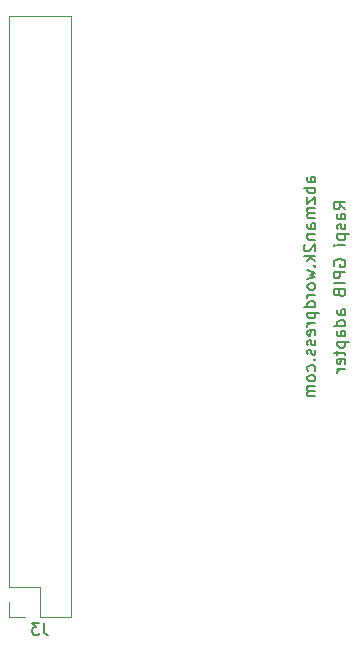
<source format=gbr>
%TF.GenerationSoftware,KiCad,Pcbnew,(6.0.0)*%
%TF.CreationDate,2022-01-24T18:05:25-05:00*%
%TF.ProjectId,gpib breakout,67706962-2062-4726-9561-6b6f75742e6b,rev?*%
%TF.SameCoordinates,Original*%
%TF.FileFunction,Legend,Bot*%
%TF.FilePolarity,Positive*%
%FSLAX46Y46*%
G04 Gerber Fmt 4.6, Leading zero omitted, Abs format (unit mm)*
G04 Created by KiCad (PCBNEW (6.0.0)) date 2022-01-24 18:05:25*
%MOMM*%
%LPD*%
G01*
G04 APERTURE LIST*
%ADD10C,0.150000*%
%ADD11C,0.120000*%
G04 APERTURE END LIST*
D10*
X225242380Y-86138571D02*
X224766190Y-85805238D01*
X225242380Y-85567142D02*
X224242380Y-85567142D01*
X224242380Y-85948095D01*
X224290000Y-86043333D01*
X224337619Y-86090952D01*
X224432857Y-86138571D01*
X224575714Y-86138571D01*
X224670952Y-86090952D01*
X224718571Y-86043333D01*
X224766190Y-85948095D01*
X224766190Y-85567142D01*
X225242380Y-86995714D02*
X224718571Y-86995714D01*
X224623333Y-86948095D01*
X224575714Y-86852857D01*
X224575714Y-86662380D01*
X224623333Y-86567142D01*
X225194761Y-86995714D02*
X225242380Y-86900476D01*
X225242380Y-86662380D01*
X225194761Y-86567142D01*
X225099523Y-86519523D01*
X225004285Y-86519523D01*
X224909047Y-86567142D01*
X224861428Y-86662380D01*
X224861428Y-86900476D01*
X224813809Y-86995714D01*
X225194761Y-87424285D02*
X225242380Y-87519523D01*
X225242380Y-87710000D01*
X225194761Y-87805238D01*
X225099523Y-87852857D01*
X225051904Y-87852857D01*
X224956666Y-87805238D01*
X224909047Y-87710000D01*
X224909047Y-87567142D01*
X224861428Y-87471904D01*
X224766190Y-87424285D01*
X224718571Y-87424285D01*
X224623333Y-87471904D01*
X224575714Y-87567142D01*
X224575714Y-87710000D01*
X224623333Y-87805238D01*
X224575714Y-88281428D02*
X225575714Y-88281428D01*
X224623333Y-88281428D02*
X224575714Y-88376666D01*
X224575714Y-88567142D01*
X224623333Y-88662380D01*
X224670952Y-88710000D01*
X224766190Y-88757619D01*
X225051904Y-88757619D01*
X225147142Y-88710000D01*
X225194761Y-88662380D01*
X225242380Y-88567142D01*
X225242380Y-88376666D01*
X225194761Y-88281428D01*
X225242380Y-89186190D02*
X224575714Y-89186190D01*
X224242380Y-89186190D02*
X224290000Y-89138571D01*
X224337619Y-89186190D01*
X224290000Y-89233809D01*
X224242380Y-89186190D01*
X224337619Y-89186190D01*
X224290000Y-90948095D02*
X224242380Y-90852857D01*
X224242380Y-90710000D01*
X224290000Y-90567142D01*
X224385238Y-90471904D01*
X224480476Y-90424285D01*
X224670952Y-90376666D01*
X224813809Y-90376666D01*
X225004285Y-90424285D01*
X225099523Y-90471904D01*
X225194761Y-90567142D01*
X225242380Y-90710000D01*
X225242380Y-90805238D01*
X225194761Y-90948095D01*
X225147142Y-90995714D01*
X224813809Y-90995714D01*
X224813809Y-90805238D01*
X225242380Y-91424285D02*
X224242380Y-91424285D01*
X224242380Y-91805238D01*
X224290000Y-91900476D01*
X224337619Y-91948095D01*
X224432857Y-91995714D01*
X224575714Y-91995714D01*
X224670952Y-91948095D01*
X224718571Y-91900476D01*
X224766190Y-91805238D01*
X224766190Y-91424285D01*
X225242380Y-92424285D02*
X224242380Y-92424285D01*
X224718571Y-93233809D02*
X224766190Y-93376666D01*
X224813809Y-93424285D01*
X224909047Y-93471904D01*
X225051904Y-93471904D01*
X225147142Y-93424285D01*
X225194761Y-93376666D01*
X225242380Y-93281428D01*
X225242380Y-92900476D01*
X224242380Y-92900476D01*
X224242380Y-93233809D01*
X224290000Y-93329047D01*
X224337619Y-93376666D01*
X224432857Y-93424285D01*
X224528095Y-93424285D01*
X224623333Y-93376666D01*
X224670952Y-93329047D01*
X224718571Y-93233809D01*
X224718571Y-92900476D01*
X225242380Y-95090952D02*
X224718571Y-95090952D01*
X224623333Y-95043333D01*
X224575714Y-94948095D01*
X224575714Y-94757619D01*
X224623333Y-94662380D01*
X225194761Y-95090952D02*
X225242380Y-94995714D01*
X225242380Y-94757619D01*
X225194761Y-94662380D01*
X225099523Y-94614761D01*
X225004285Y-94614761D01*
X224909047Y-94662380D01*
X224861428Y-94757619D01*
X224861428Y-94995714D01*
X224813809Y-95090952D01*
X225242380Y-95995714D02*
X224242380Y-95995714D01*
X225194761Y-95995714D02*
X225242380Y-95900476D01*
X225242380Y-95710000D01*
X225194761Y-95614761D01*
X225147142Y-95567142D01*
X225051904Y-95519523D01*
X224766190Y-95519523D01*
X224670952Y-95567142D01*
X224623333Y-95614761D01*
X224575714Y-95710000D01*
X224575714Y-95900476D01*
X224623333Y-95995714D01*
X225242380Y-96900476D02*
X224718571Y-96900476D01*
X224623333Y-96852857D01*
X224575714Y-96757619D01*
X224575714Y-96567142D01*
X224623333Y-96471904D01*
X225194761Y-96900476D02*
X225242380Y-96805238D01*
X225242380Y-96567142D01*
X225194761Y-96471904D01*
X225099523Y-96424285D01*
X225004285Y-96424285D01*
X224909047Y-96471904D01*
X224861428Y-96567142D01*
X224861428Y-96805238D01*
X224813809Y-96900476D01*
X224575714Y-97376666D02*
X225575714Y-97376666D01*
X224623333Y-97376666D02*
X224575714Y-97471904D01*
X224575714Y-97662380D01*
X224623333Y-97757619D01*
X224670952Y-97805238D01*
X224766190Y-97852857D01*
X225051904Y-97852857D01*
X225147142Y-97805238D01*
X225194761Y-97757619D01*
X225242380Y-97662380D01*
X225242380Y-97471904D01*
X225194761Y-97376666D01*
X224575714Y-98138571D02*
X224575714Y-98519523D01*
X224242380Y-98281428D02*
X225099523Y-98281428D01*
X225194761Y-98329047D01*
X225242380Y-98424285D01*
X225242380Y-98519523D01*
X225194761Y-99233809D02*
X225242380Y-99138571D01*
X225242380Y-98948095D01*
X225194761Y-98852857D01*
X225099523Y-98805238D01*
X224718571Y-98805238D01*
X224623333Y-98852857D01*
X224575714Y-98948095D01*
X224575714Y-99138571D01*
X224623333Y-99233809D01*
X224718571Y-99281428D01*
X224813809Y-99281428D01*
X224909047Y-98805238D01*
X225242380Y-99710000D02*
X224575714Y-99710000D01*
X224766190Y-99710000D02*
X224670952Y-99757619D01*
X224623333Y-99805238D01*
X224575714Y-99900476D01*
X224575714Y-99995714D01*
X222702380Y-83852857D02*
X222178571Y-83852857D01*
X222083333Y-83805238D01*
X222035714Y-83710000D01*
X222035714Y-83519523D01*
X222083333Y-83424285D01*
X222654761Y-83852857D02*
X222702380Y-83757619D01*
X222702380Y-83519523D01*
X222654761Y-83424285D01*
X222559523Y-83376666D01*
X222464285Y-83376666D01*
X222369047Y-83424285D01*
X222321428Y-83519523D01*
X222321428Y-83757619D01*
X222273809Y-83852857D01*
X222702380Y-84329047D02*
X221702380Y-84329047D01*
X222083333Y-84329047D02*
X222035714Y-84424285D01*
X222035714Y-84614761D01*
X222083333Y-84710000D01*
X222130952Y-84757619D01*
X222226190Y-84805238D01*
X222511904Y-84805238D01*
X222607142Y-84757619D01*
X222654761Y-84710000D01*
X222702380Y-84614761D01*
X222702380Y-84424285D01*
X222654761Y-84329047D01*
X222035714Y-85138571D02*
X222035714Y-85662380D01*
X222702380Y-85138571D01*
X222702380Y-85662380D01*
X222702380Y-86043333D02*
X222035714Y-86043333D01*
X222130952Y-86043333D02*
X222083333Y-86090952D01*
X222035714Y-86186190D01*
X222035714Y-86329047D01*
X222083333Y-86424285D01*
X222178571Y-86471904D01*
X222702380Y-86471904D01*
X222178571Y-86471904D02*
X222083333Y-86519523D01*
X222035714Y-86614761D01*
X222035714Y-86757619D01*
X222083333Y-86852857D01*
X222178571Y-86900476D01*
X222702380Y-86900476D01*
X222702380Y-87805238D02*
X222178571Y-87805238D01*
X222083333Y-87757619D01*
X222035714Y-87662380D01*
X222035714Y-87471904D01*
X222083333Y-87376666D01*
X222654761Y-87805238D02*
X222702380Y-87710000D01*
X222702380Y-87471904D01*
X222654761Y-87376666D01*
X222559523Y-87329047D01*
X222464285Y-87329047D01*
X222369047Y-87376666D01*
X222321428Y-87471904D01*
X222321428Y-87710000D01*
X222273809Y-87805238D01*
X222035714Y-88281428D02*
X222702380Y-88281428D01*
X222130952Y-88281428D02*
X222083333Y-88329047D01*
X222035714Y-88424285D01*
X222035714Y-88567142D01*
X222083333Y-88662380D01*
X222178571Y-88710000D01*
X222702380Y-88710000D01*
X221797619Y-89138571D02*
X221750000Y-89186190D01*
X221702380Y-89281428D01*
X221702380Y-89519523D01*
X221750000Y-89614761D01*
X221797619Y-89662380D01*
X221892857Y-89710000D01*
X221988095Y-89710000D01*
X222130952Y-89662380D01*
X222702380Y-89090952D01*
X222702380Y-89710000D01*
X222702380Y-90138571D02*
X221702380Y-90138571D01*
X222321428Y-90233809D02*
X222702380Y-90519523D01*
X222035714Y-90519523D02*
X222416666Y-90138571D01*
X222607142Y-90948095D02*
X222654761Y-90995714D01*
X222702380Y-90948095D01*
X222654761Y-90900476D01*
X222607142Y-90948095D01*
X222702380Y-90948095D01*
X222035714Y-91329047D02*
X222702380Y-91519523D01*
X222226190Y-91710000D01*
X222702380Y-91900476D01*
X222035714Y-92090952D01*
X222702380Y-92614761D02*
X222654761Y-92519523D01*
X222607142Y-92471904D01*
X222511904Y-92424285D01*
X222226190Y-92424285D01*
X222130952Y-92471904D01*
X222083333Y-92519523D01*
X222035714Y-92614761D01*
X222035714Y-92757619D01*
X222083333Y-92852857D01*
X222130952Y-92900476D01*
X222226190Y-92948095D01*
X222511904Y-92948095D01*
X222607142Y-92900476D01*
X222654761Y-92852857D01*
X222702380Y-92757619D01*
X222702380Y-92614761D01*
X222702380Y-93376666D02*
X222035714Y-93376666D01*
X222226190Y-93376666D02*
X222130952Y-93424285D01*
X222083333Y-93471904D01*
X222035714Y-93567142D01*
X222035714Y-93662380D01*
X222702380Y-94424285D02*
X221702380Y-94424285D01*
X222654761Y-94424285D02*
X222702380Y-94329047D01*
X222702380Y-94138571D01*
X222654761Y-94043333D01*
X222607142Y-93995714D01*
X222511904Y-93948095D01*
X222226190Y-93948095D01*
X222130952Y-93995714D01*
X222083333Y-94043333D01*
X222035714Y-94138571D01*
X222035714Y-94329047D01*
X222083333Y-94424285D01*
X222035714Y-94900476D02*
X223035714Y-94900476D01*
X222083333Y-94900476D02*
X222035714Y-94995714D01*
X222035714Y-95186190D01*
X222083333Y-95281428D01*
X222130952Y-95329047D01*
X222226190Y-95376666D01*
X222511904Y-95376666D01*
X222607142Y-95329047D01*
X222654761Y-95281428D01*
X222702380Y-95186190D01*
X222702380Y-94995714D01*
X222654761Y-94900476D01*
X222702380Y-95805238D02*
X222035714Y-95805238D01*
X222226190Y-95805238D02*
X222130952Y-95852857D01*
X222083333Y-95900476D01*
X222035714Y-95995714D01*
X222035714Y-96090952D01*
X222654761Y-96805238D02*
X222702380Y-96710000D01*
X222702380Y-96519523D01*
X222654761Y-96424285D01*
X222559523Y-96376666D01*
X222178571Y-96376666D01*
X222083333Y-96424285D01*
X222035714Y-96519523D01*
X222035714Y-96710000D01*
X222083333Y-96805238D01*
X222178571Y-96852857D01*
X222273809Y-96852857D01*
X222369047Y-96376666D01*
X222654761Y-97233809D02*
X222702380Y-97329047D01*
X222702380Y-97519523D01*
X222654761Y-97614761D01*
X222559523Y-97662380D01*
X222511904Y-97662380D01*
X222416666Y-97614761D01*
X222369047Y-97519523D01*
X222369047Y-97376666D01*
X222321428Y-97281428D01*
X222226190Y-97233809D01*
X222178571Y-97233809D01*
X222083333Y-97281428D01*
X222035714Y-97376666D01*
X222035714Y-97519523D01*
X222083333Y-97614761D01*
X222654761Y-98043333D02*
X222702380Y-98138571D01*
X222702380Y-98329047D01*
X222654761Y-98424285D01*
X222559523Y-98471904D01*
X222511904Y-98471904D01*
X222416666Y-98424285D01*
X222369047Y-98329047D01*
X222369047Y-98186190D01*
X222321428Y-98090952D01*
X222226190Y-98043333D01*
X222178571Y-98043333D01*
X222083333Y-98090952D01*
X222035714Y-98186190D01*
X222035714Y-98329047D01*
X222083333Y-98424285D01*
X222607142Y-98900476D02*
X222654761Y-98948095D01*
X222702380Y-98900476D01*
X222654761Y-98852857D01*
X222607142Y-98900476D01*
X222702380Y-98900476D01*
X222654761Y-99805238D02*
X222702380Y-99710000D01*
X222702380Y-99519523D01*
X222654761Y-99424285D01*
X222607142Y-99376666D01*
X222511904Y-99329047D01*
X222226190Y-99329047D01*
X222130952Y-99376666D01*
X222083333Y-99424285D01*
X222035714Y-99519523D01*
X222035714Y-99710000D01*
X222083333Y-99805238D01*
X222702380Y-100376666D02*
X222654761Y-100281428D01*
X222607142Y-100233809D01*
X222511904Y-100186190D01*
X222226190Y-100186190D01*
X222130952Y-100233809D01*
X222083333Y-100281428D01*
X222035714Y-100376666D01*
X222035714Y-100519523D01*
X222083333Y-100614761D01*
X222130952Y-100662380D01*
X222226190Y-100710000D01*
X222511904Y-100710000D01*
X222607142Y-100662380D01*
X222654761Y-100614761D01*
X222702380Y-100519523D01*
X222702380Y-100376666D01*
X222702380Y-101138571D02*
X222035714Y-101138571D01*
X222130952Y-101138571D02*
X222083333Y-101186190D01*
X222035714Y-101281428D01*
X222035714Y-101424285D01*
X222083333Y-101519523D01*
X222178571Y-101567142D01*
X222702380Y-101567142D01*
X222178571Y-101567142D02*
X222083333Y-101614761D01*
X222035714Y-101710000D01*
X222035714Y-101852857D01*
X222083333Y-101948095D01*
X222178571Y-101995714D01*
X222702380Y-101995714D01*
%TO.C,J3*%
X199718333Y-121157380D02*
X199718333Y-121871666D01*
X199765952Y-122014523D01*
X199861190Y-122109761D01*
X200004047Y-122157380D01*
X200099285Y-122157380D01*
X199337380Y-121157380D02*
X198718333Y-121157380D01*
X199051666Y-121538333D01*
X198908809Y-121538333D01*
X198813571Y-121585952D01*
X198765952Y-121633571D01*
X198718333Y-121728809D01*
X198718333Y-121966904D01*
X198765952Y-122062142D01*
X198813571Y-122109761D01*
X198908809Y-122157380D01*
X199194523Y-122157380D01*
X199289761Y-122109761D01*
X199337380Y-122062142D01*
D11*
X196785000Y-118105000D02*
X196785000Y-69785000D01*
X196785000Y-120705000D02*
X198115000Y-120705000D01*
X196785000Y-119375000D02*
X196785000Y-120705000D01*
X201985000Y-120705000D02*
X201985000Y-69785000D01*
X199385000Y-118105000D02*
X199385000Y-120705000D01*
X199385000Y-120705000D02*
X201985000Y-120705000D01*
X196785000Y-69785000D02*
X201985000Y-69785000D01*
X196785000Y-118105000D02*
X199385000Y-118105000D01*
%TD*%
M02*

</source>
